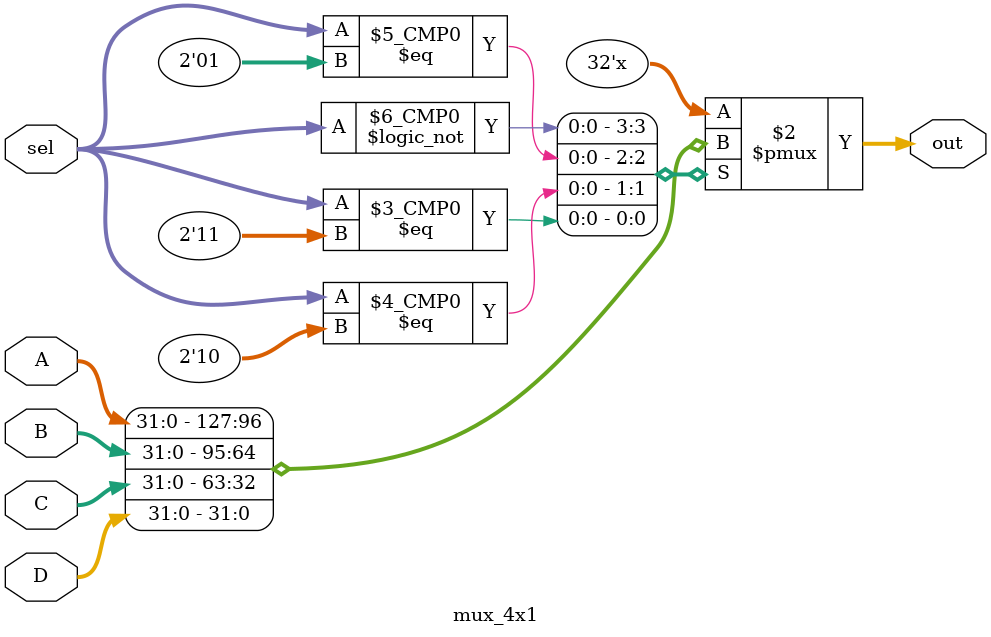
<source format=v>
`timescale 1ns / 1ps
/*******************************************************************
*
* Module: mux_4x1.v
* Project: femtorv32
* Authors: Mahinour Abdelgawad mahinourabdelgawad@aucegypt.edu
           Joudy ElGayar Joudyelgayar@aucegypt.edu
           
* Description: a 4x1 multiplexer
*
* Change history: 7/11/2025 - Created module 
* 
*
**********************************************************************/

module mux_4x1 #(parameter n = 32)(
    input  [n-1:0] A,
    input  [n-1:0] B,
    input  [n-1:0] C,
    input  [n-1:0] D,
    input  [1:0] sel,
    output reg [n-1:0] out
    );

    always @(*) begin
        case (sel)
            2'b00: out = A;
            2'b01: out = B;
            2'b10: out = C;
            2'b11: out = D;
            default: out = A;
        endcase
    end
endmodule


</source>
